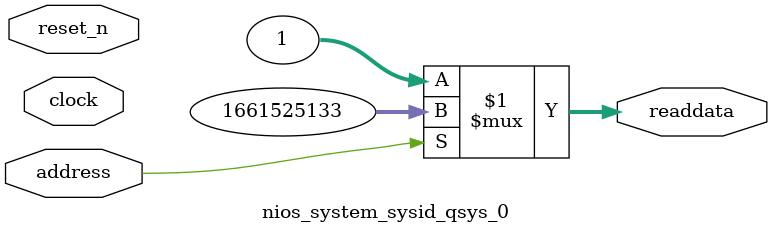
<source format=v>



// synthesis translate_off
`timescale 1ns / 1ps
// synthesis translate_on

// turn off superfluous verilog processor warnings 
// altera message_level Level1 
// altera message_off 10034 10035 10036 10037 10230 10240 10030 

module nios_system_sysid_qsys_0 (
               // inputs:
                address,
                clock,
                reset_n,

               // outputs:
                readdata
             )
;

  output  [ 31: 0] readdata;
  input            address;
  input            clock;
  input            reset_n;

  wire    [ 31: 0] readdata;
  //control_slave, which is an e_avalon_slave
  assign readdata = address ? 1661525133 : 1;

endmodule



</source>
